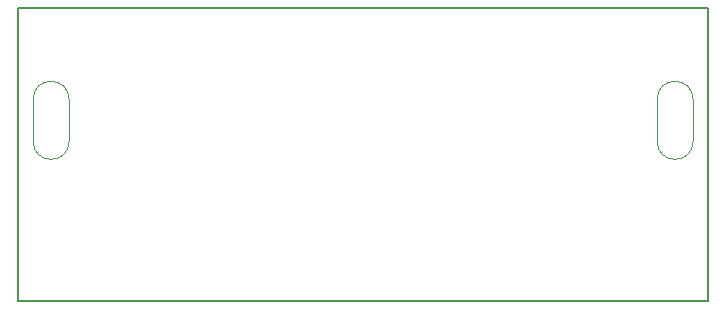
<source format=gm1>
G04 #@! TF.GenerationSoftware,KiCad,Pcbnew,(5.1.0)-1*
G04 #@! TF.CreationDate,2019-08-09T15:11:53-04:00*
G04 #@! TF.ProjectId,EUROF_to_JP21M,4555524f-465f-4746-9f5f-4a5032314d2e,rev?*
G04 #@! TF.SameCoordinates,Original*
G04 #@! TF.FileFunction,Profile,NP*
%FSLAX46Y46*%
G04 Gerber Fmt 4.6, Leading zero omitted, Abs format (unit mm)*
G04 Created by KiCad (PCBNEW (5.1.0)-1) date 2019-08-09 15:11:53*
%MOMM*%
%LPD*%
G04 APERTURE LIST*
%ADD10C,0.150000*%
%ADD11C,0.002400*%
%ADD12C,0.050000*%
G04 APERTURE END LIST*
D10*
X163000000Y-69300000D02*
X104600000Y-69300000D01*
X163000000Y-94100000D02*
X163000000Y-69300000D01*
X104600000Y-94100000D02*
X163000000Y-94100000D01*
X104600000Y-69300000D02*
X104600000Y-94100000D01*
D11*
X158692000Y-80604000D02*
X158692000Y-77048000D01*
D12*
X158692000Y-80603998D02*
G75*
G03X161740000Y-80604000I1524000J-1D01*
G01*
X158692000Y-77048000D02*
G75*
G02X161740000Y-77048000I1524000J0D01*
G01*
D11*
X161740000Y-77048000D02*
X161740000Y-80604000D01*
X105860000Y-80604000D02*
X105860000Y-77048000D01*
D12*
X105860000Y-80603998D02*
G75*
G03X108908000Y-80604000I1524000J-1D01*
G01*
X105860000Y-77048000D02*
G75*
G02X108908000Y-77048000I1524000J0D01*
G01*
D11*
X108908000Y-77048000D02*
X108908000Y-80604000D01*
M02*

</source>
